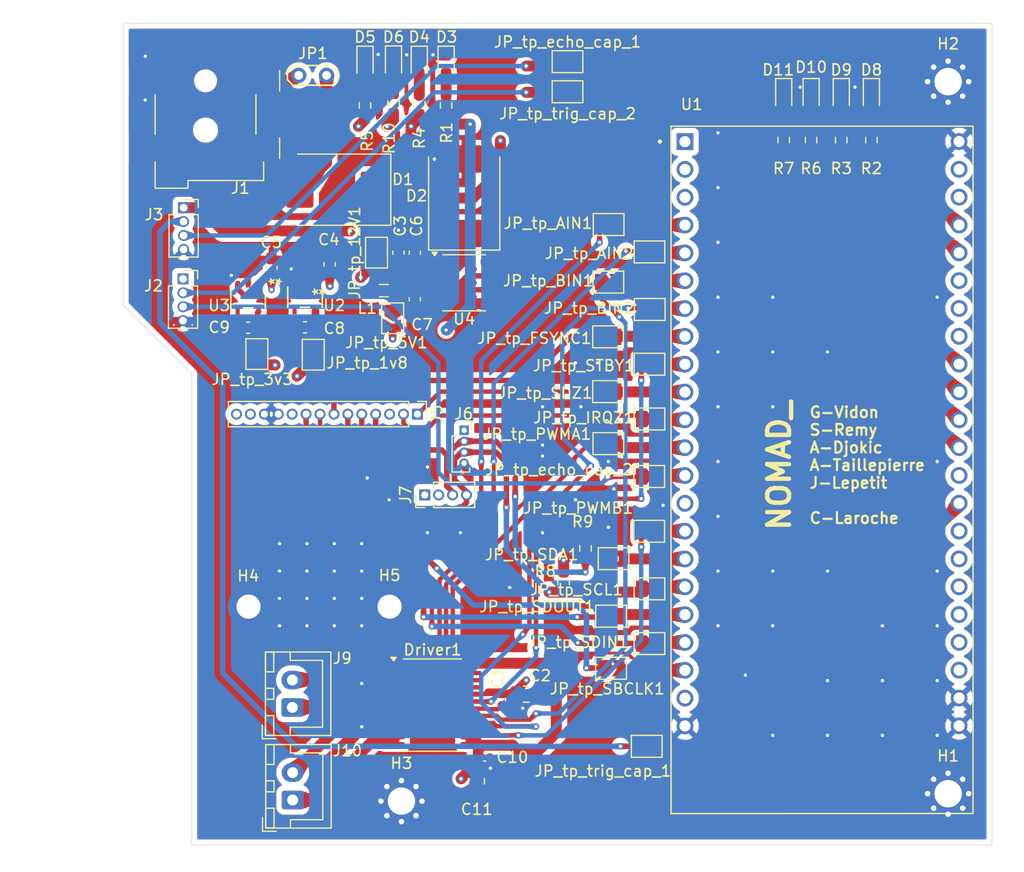
<source format=kicad_pcb>
(kicad_pcb (version 20241229) (generator "pcbnew") (generator_version "9.0")
  (layers (0 "F.Cu" jumper) (4 "In1.Cu" signal) (6 "In2.Cu" signal) (2 "B.Cu" signal) (13 "F.Paste" user) (15 "B.Paste" user) (5 "F.SilkS" user "F.Silkscreen") (7 "B.SilkS" user "B.Silkscreen") (1 "F.Mask" user) (3 "B.Mask" user) (25 "Edge.Cuts" user))
  (net 0 "")
  (net 1 "GND")
  (net 2 "12V")
  (net 3 "5V")
  (net 4 "Net-(JP_tp_5V1-A)")
  (net 5 "Net-(JP_tp_3v3-A)")
  (net 6 "Net-(D2-K)")
  (net 7 "Net-(D3-A)")
  (net 8 "Net-(D4-A)")
  (net 9 "Net-(D5-A)")
  (net 10 "Net-(D8-A)")
  (net 11 "Net-(D9-A)")
  (net 12 "Net-(D10-A)")
  (net 13 "Net-(D11-A)")
  (net 14 "Trig_cap_2")
  (net 15 "Echo_cap_2")
  (net 16 "Trig_cap_1")
  (net 17 "Echo_cap_1")
  (net 18 "SDOUT")
  (net 19 "FSYNC")
  (net 20 "SDIN")
  (net 21 "SBCLK")
  (net 22 "1.8V")
  (net 23 "SDA")
  (net 24 "IRQZ")
  (net 25 "SDZ")
  (net 26 "3.3V")
  (net 27 "PWMA")
  (net 28 "BIN2")
  (net 29 "AIN2")
  (net 30 "PWMB")
  (net 31 "STBY")
  (net 32 "AIN1")
  (net 33 "BIN1")
  (net 34 "Net-(JP_tp_1v8-A)")
  (net 35 "Net-(JP_tp_AIN1-B)")
  (net 36 "Net-(JP_tp_AIN2-B)")
  (net 37 "Net-(JP_tp_BIN1-B)")
  (net 38 "Net-(JP_tp_BIN2-B)")
  (net 39 "Net-(JP_tp_echo_cap_1-B)")
  (net 40 "Net-(JP_tp_echo_cap_2-B)")
  (net 41 "Net-(JP_tp_FSYNC1-B)")
  (net 42 "Net-(JP_tp_IRQZ1-B)")
  (net 43 "Net-(JP_tp_PWMA1-B)")
  (net 44 "Net-(JP_tp_PWMB1-B)")
  (net 45 "Net-(JP_tp_SBCLK1-B)")
  (net 46 "SCL")
  (net 47 "Net-(JP_tp_SCL1-B)")
  (net 48 "Net-(JP_tp_SDA1-B)")
  (net 49 "Net-(JP_tp_SDIN1-B)")
  (net 50 "Net-(JP_tp_SDOUT1-B)")
  (net 51 "Net-(JP_tp_SDZ1-B)")
  (net 52 "Net-(JP_tp_STBY1-B)")
  (net 53 "Net-(JP_tp_trig_cap_1-B)")
  (net 54 "Net-(JP_tp_trig_cap_2-B)")
  (net 55 "Net-(U1-MTCK{slash}GPIO39)")
  (net 56 "Net-(U1-GPIO38)")
  (net 57 "Net-(U1-GPIO37)")
  (net 58 "Net-(U1-GPIO36)")
  (net 73 "Net-(D1-K)")
  (net 74 "Net-(D1-A)")
  (net 77 "AO2")
  (net 78 "AO1")
  (net 79 "BO2")
  (net 80 "BO1")
  (net 81 "Net-(D6-A)")
  (net 82 "Net-(JP1-A)")
  (footprint "Resistor_SMD:R_0603_1608Metric_Pad0.98x0.95mm_HandSolder" (layer "F.Cu") (at 135.2 52.5 90)
    (property "Reference" "R1")
    (property "Value" "4,7k")
  )
  (footprint "Connector_JST:JST_XH_B2B-XH-A_1x02_P2.50mm_Vertical" (layer "F.Cu") (at 121.2 115.9 90)
    (property "Reference" "J10")
    (property "Value" "Conn_01x02")
  )
  (footprint "LED_SMD:LED_0603_1608Metric_Pad1.05x0.95mm_HandSolder" (layer "F.Cu") (at 132.749999 48.750001 -90)
    (property "Reference" "D4")
    (property "Value" "LED_Small")
  )
  (footprint "Jumper:SolderJumper-2_P1.3mm_Open_TrianglePad1.0x1.5mm" (layer "F.Cu") (at 123.0755 75.250001 -90)
    (property "Reference" "JP_tp_1v8")
    (property "Value" "SolderJumper_2_Open")
  )
  (footprint "Jumper:SolderJumper-2_P1.3mm_Open_TrianglePad1.0x1.5mm" (layer "F.Cu") (at 150.025001 63.37)
    (property "Reference" "JP_tp_AIN1")
    (property "Value" "SolderJumper_2_Open")
  )
  (footprint "Capacitor_SMD:C_0805_2012Metric" (layer "F.Cu") (at 142.512498 106.2375)
    (property "Reference" "C2")
    (property "Value" "10u")
  )
  (footprint "Capacitor_SMD:C_0402_1005Metric" (layer "F.Cu") (at 138.712499 111.9875)
    (property "Reference" "C10")
    (property "Value" "0.1u")
  )
  (footprint "Diode_SMD:D_SMC" (layer "F.Cu") (at 136.85 60.787499 90)
    (property "Reference" "D2")
    (property "Value" "MBRS320")
  )
  (footprint "Jumper:SolderJumper-2_P1.3mm_Open_TrianglePad1.0x1.5mm" (layer "F.Cu") (at 149.975 78.62)
    (property "Reference" "JP_tp_SDZ1")
    (property "Value" "SolderJumper_2_Open")
  )
  (footprint "Package_SO:SSOP-24_5.3x8.2mm_P0.65mm" (layer "F.Cu") (at 133.962499 107.2375)
    (property "Reference" "Driver1")
    (property "Value" "TB6612FNG")
  )
  (footprint "LED_SMD:LED_0603_1608Metric_Pad1.05x0.95mm_HandSolder" (layer "F.Cu") (at 168.5 51.7 -90)
    (property "Reference" "D10")
    (property "Value" "LED_Small")
  )
  (footprint "Connector_BarrelJack:BarrelJack_Wuerth_694108106102_2.5x5.5mm" (layer "F.Cu") (at 113.25 53.325 180)
    (property "Reference" "J1")
    (property "Value" "Barrel_Jack")
  )
  (footprint "MountingHole:MountingHole_2.2mm_M2_DIN965_Pad" (layer "F.Cu") (at 117.175 98.25)
    (property "Reference" "H4")
    (property "Value" "MountingHole_Pad")
  )
  (footprint "Connector_PinSocket_1.27mm:PinSocket_1x04_P1.27mm_Vertical" (layer "F.Cu") (at 111.25 61.829999)
    (property "Reference" "J3")
    (property "Value" "Conn_01x04_Socket")
  )
  (footprint "Jumper:SolderJumper-2_P1.3mm_Open_TrianglePad1.0x1.5mm" (layer "F.Cu") (at 153.75 81.12)
    (property "Reference" "JP_tp_IRQZ1")
    (property "Value" "SolderJumper_2_Open")
  )
  (footprint "Jumper:SolderJumper-2_P1.3mm_Open_TrianglePad1.0x1.5mm" (layer "F.Cu") (at 153.75 101.62)
    (property "Reference" "JP_tp_SDIN1")
    (property "Value" "SolderJumper_2_Open")
  )
  (footprint "Jumper:SolderJumper-2_P1.3mm_Open_TrianglePad1.0x1.5mm" (layer "F.Cu") (at 153.75 65.87)
    (property "Reference" "JP_tp_AIN2")
    (property "Value" "SolderJumper_2_Open")
  )
  (footprint "Jumper:SolderJumper-2_P1.3mm_Open_TrianglePad1.0x1.5mm" (layer "F.Cu") (at 150.475 93.87)
    (property "Reference" "JP_tp_SDA1")
    (property "Value" "SolderJumper_2_Open")
  )
  (footprint "Resistor_SMD:R_0603_1608Metric_Pad0.98x0.95mm_HandSolder" (layer "F.Cu") (at 145.92 96.01 -90)
    (property "Reference" "R8")
    (property "Value" "4.7k")
  )
  (footprint "Capacitor_SMD:C_0603_1608Metric_Pad1.08x0.95mm_HandSolder" (layer "F.Cu") (at 132.35 65.937499 90)
    (property "Reference" "C6")
    (property "Value" "105n")
  )
  (footprint "Jumper:SolderJumper-2_P1.3mm_Open_TrianglePad1.0x1.5mm" (layer "F.Cu") (at 128.85 65.937499 -90)
    (property "Reference" "JP_tp_12V1")
    (property "Value" "SolderJumper_2_Open")
  )
  (footprint "Capacitor_SMD:C_0402_1005Metric" (layer "F.Cu") (at 140.262498 106.7375 -90)
    (property "Reference" "C1")
    (property "Value" "0.1u")
  )
  (footprint "Package_SO:SOIC-8_3.9x4.9mm_P1.27mm" (layer "F.Cu") (at 136.85 68.687499)
    (property "Reference" "U4")
    (property "Value" "XL1509-5.0")
  )
  (footprint "Jumper:SolderJumper-2_P1.3mm_Open_TrianglePad1.0x1.5mm" (layer "F.Cu") (at 146.275001 48.5)
    (property "Reference" "JP_tp_echo_cap_1")
    (property "Value" "SolderJumper_2_Open")
  )
  (footprint "Resistor_SMD:R_0603_1608Metric_Pad0.98x0.95mm_HandSolder" (layer "F.Cu") (at 166 55.6625 90)
    (property "Reference" "R7")
    (property "Value" "120")
  )
  (footprint "Capacitor_SMD:C_0603_1608Metric_Pad1.08x0.95mm_HandSolder" (layer "F.Cu") (at 132.35 70.187499 -90)
    (property "Reference" "C7")
    (property "Value" "180u")
  )
  (footprint "Capacitor_SMD:C_0603_1608Metric_Pad1.08x0.95mm_HandSolder" (layer "F.Cu") (at 124.5755 67 90)
    (property "Reference" "C4")
    (property "Value" "1u")
  )
  (footprint "Jumper:SolderJumper-2_P1.3mm_Open_TrianglePad1.0x1.5mm" (layer "F.Cu") (at 150.25 103.87)
    (property "Reference" "JP_tp_SBCLK1")
    (property "Value" "SolderJumper_2_Open")
  )
  (footprint "Connector_PinHeader_1.27mm:PinHeader_1x04_P1.27mm_Vertical" (layer "F.Cu") (at 133.25 88.05 90)
    (property "Reference" "J7")
    (property "Value" "Conn_01x04")
  )
  (footprint "Jumper:SolderJumper-2_P1.3mm_Open_TrianglePad1.0x1.5mm" (layer "F.Cu") (at 150 68.62)
    (property "Reference" "JP_tp_BIN1")
    (property "Value" "SolderJumper_2_Open")
  )
  (footprint "LED_SMD:LED_0603_1608Metric_Pad1.05x0.95mm_HandSolder" (layer "F.Cu") (at 127.8 48.750002 -90)
    (property "Reference" "D5")
    (property "Value" "LED_Small")
  )
  (footprint "Resistor_SMD:R_0603_1608Metric_Pad0.98x0.95mm_HandSolder" (layer "F.Cu") (at 132.749999 52.4 90)
    (property "Reference" "R4")
    (property "Value" "1.2k")
  )
  (footprint "Jumper:SolderJumper-2_P1.3mm_Open_TrianglePad1.0x1.5mm" (layer "F.Cu") (at 150.25 99.12)
    (property "Reference" "JP_tp_SDOUT1")
    (property "Value" "SolderJumper_2_Open")
  )
  (footprint "Jumper:SolderJumper-2_P1.3mm_Open_TrianglePad1.0x1.5mm" (layer "F.Cu") (at 153.5 111)
    (property "Reference" "JP_tp_trig_cap_1")
    (property "Value" "SolderJumper_2_Open")
  )
  (footprint "Jumper:SolderJumper-2_P1.3mm_Open_TrianglePad1.0x1.5mm" (layer "F.Cu") (at 146.275001 51.25)
    (property "Reference" "JP_tp_trig_cap_2")
    (property "Value" "SolderJumper_2_Open")
  )
  (footprint "MountingHole:MountingHole_2.5mm_Pad_Via" (layer "F.Cu") (at 181 50.325825)
    (property "Reference" "H2")
    (property "Value" "MountingHole_Pad")
  )
  (footprint "Jumper:SolderJumper-2_P1.3mm_Open_TrianglePad1.0x1.5mm" (layer "F.Cu") (at 117.9375 75.19375 -90)
    (property "Reference" "JP_tp_3v3")
    (property "Value" "SolderJumper_2_Open")
  )
  (footprint "Diode_SMD:D_SMC" (layer "F.Cu") (at 125.25 60.187499 180)
    (property "Reference" "D1")
    (property "Value" "MBRS320")
  )
  (footprint "MountingHole:MountingHole_2.2mm_M2_DIN965_Pad" (layer "F.Cu") (at 130.04 98.25)
    (property "Reference" "H5")
    (property "Value" "MountingHole_Pad")
  )
  (footprint "Jumper:SolderJumper-2_P1.3mm_Open_TrianglePad1.0x1.5mm" (layer "F.Cu") (at 153.75 96.62)
    (property "Reference" "JP_tp_SCL1")
    (property "Value" "SolderJumper_2_Open")
  )
  (footprint "Resistor_SMD:R_0603_1608Metric_Pad0.98x0.95mm_HandSolder" (layer "F.Cu") (at 168.5 55.6625 90)
    (property "Reference" "R6")
    (property "Value" "120")
  )
  (footprint "Resistor_SMD:R_0603_1608Metric_Pad0.98x0.95mm_HandSolder" (layer "F.Cu") (at 174 55.6625 90)
    (property "Reference" "R2")
    (property "Value" "120")
  )
  (footprint "Inductor_SMD:L_0805_2012Metric_Pad1.05x1.20mm_HandSolder" (layer "F.Cu") (at 129.5255 69.4)
    (property "Reference" "L1")
    (property "Value" "68u")
  )
  (footprint "MountingHole:MountingHole_2.5mm_Pad_Via" (layer "F.Cu") (at 131.125 116)
    (property "Reference" "H3")
    (property "Value" "MountingHole_Pad")
  )
  (footprint "footprints:SSOP5_ROM-L" (layer "F.Cu") (at 122.3255 70 -90)
    (property "Reference" "U2")
    (property "Value" "BU18SD5WG-TL")
  )
  (footprint "footprints:SSOP5_ROM-L" (layer "F.Cu") (at 117.1353 70.06065 -90)
    (property "Reference" "U3")
    (property "Value" "BU33SD5WG-TR")
  )
  (footprint "Connector_PinSocket_1.27mm:PinSocket_1x04_P1.27mm_Vertical" (layer "F.Cu") (at 111.2 68.329999)
    (property "Reference" "J2")
    (property "Value" "Conn_01x04_Socket")
  )
  (footprint "Connector_PinHeader_1.27mm:PinHeader_1x14_P1.27mm_Vertical" (layer "F.Cu") (at 132.585 80.675 -90)
    (property "Reference" "J5")
    (property "Value" "Conn_01x14")
  )
  (footprint "TestPoint:TestPoint_2Pads_Pitch2.54mm_Drill0.8mm" (layer "F.Cu") (at 121.750001 49.75)
    (property "Reference" "JP1")
    (property "Value" "Jumper_2_Bridged")
  )
  (footprint "LED_SMD:LED_0603_1608Metric_Pad1.05x0.95mm_HandSolder" (layer "F.Cu") (at 171.25 51.7 -90)
    (property "Reference" "D9")
    (property "Value" "LED_Small")
  )
  (footprint "Resistor_SMD:R_0603_1608Metric_Pad0.98x0.95mm_HandSolder" (layer "F.Cu") (at 127.8 52.500001 90)
    (property "Reference" "R5")
    (property "Value" "820")
  )
  (footprint "LED_SMD:LED_0603_1608Metric_Pad1.05x0.95mm_HandSolder" (layer "F.Cu") (at 130.4 48.725001 -90)
    (property "Reference" "D6")
    (property "Value" "LED_Small")
  )
  (footprint "Capacitor_SMD:C_0603_1608Metric_Pad1.08x0.95mm_HandSolder" (layer "F.Cu") (at 117.137499 72.79375 180)
    (property "Reference" "C9")
    (property "Value" "1u")
  )
  (footprint "Jumper:SolderJumper-2_P1.3mm_Open_TrianglePad1.0x1.5mm" (layer "F.Cu") (at 153.775001 71.12)
    (property "Reference" "JP_tp_BIN2")
    (property "Value" "SolderJumper_2_Open")
  )
  (footprint "Jumper:SolderJumper-2_P1.3mm_Open_TrianglePad1.0x1.5mm" (layer "F.Cu") (at 149.975 73.62)
    (property "Reference" "JP_tp_FSYNC1")
    (property "Value" "SolderJumper_2_Open")
  )
  (footprint "Capacitor_SMD:C_0805_2012Metric" (layer "F.Cu") (at 137.962499 114.187499 -90)
    (property "Reference" "C11")
    (property "Value" "10u")
  )
  (footprint "Capacitor_SMD:C_0603_1608Metric_Pad1.08x0.95mm_HandSolder" (layer "F.Cu") (at 130.85 65.937499 90)
    (property "Reference" "C3")
    (property "Value" "470u")
  )
  (footprint "MountingHole:MountingHole_2.5mm_Pad_Via" (layer "F.Cu") (at 181 115.325825)
    (property "Reference" "H1")
    (property "Value" "MountingHole_Pad")
  )
  (footprint "footprints:XCVR_ESP32-S3-DEVKITC-1-N8R2" (layer "F.Cu") (at 168.42 85.77)
    (property "Reference" "U1")
    (property "Value" "ESP32-S3-DEVKITC-1-N8R2")
  )
  (footprint "Jumper:SolderJumper-2_P1.3mm_Open_TrianglePad1.0x1.5mm" (layer "F.Cu") (at 150 83.37)
    (property "Reference" "JP_tp_PWMA1")
    (property "Value" "SolderJumper_2_Open")
  )
  (footprint "Capacitor_SMD:C_0603_1608Metric_Pad1.08x0.95mm_HandSolder" (layer "F.Cu") (at 119.266499 67.32275 90)
    (property "Reference" "C5")
    (property "Value" "1u")
  )
  (footprint "Connector_JST:JST_XH_B2B-XH-A_1x02_P2.50mm_Vertical" (layer "F.Cu") (at 121.175001 107.45 90)
    (property "Reference" "J9")
    (property "Value" "Conn_01x02")
  )
  (footprint "LED_SMD:LED_0603_1608Metric_Pad1.05x0.95mm_HandSolder" (layer "F.Cu") (at 174 51.7 -90)
    (property "Reference" "D8")
    (property "Value" "LED_Small")
  )
  (footprint "Jumper:SolderJumper-2_P1.3mm_Open_TrianglePad1.0x1.5mm" (layer "F.Cu") (at 130.3255 71.924999 -90)
    (property "Reference" "JP_tp_5V1")
    (property "Value" "SolderJumper_2_Open")
  )
  (footprint "Jumper:SolderJumper-2_P1.3mm_Open_TrianglePad1.0x1.5mm" (layer "F.Cu") (at 153.725 91.37)
    (property "Reference" "JP_tp_PWMB1")
    (property "Value" "SolderJumper_2_Open")
  )
  (footprint "Resistor_SMD:R_0603_1608Metric_Pad0.98x0.95mm_HandSolder" (layer "F.Cu") (at 147.92 92.9225 -90)
    (property "Reference" "R9")
    (property "Value" "4.7k")
  )
  (footprint "Resistor_SMD:R_0603_1608Metric_Pad0.98x0.95mm_HandSolder" (layer "F.Cu") (at 171.25 55.6625 90)
    (property "Reference" "R3")
    (property "Value" "120")
  )
  (footprint "LED_SMD:LED_0603_1608Metric_Pad1.05x0.95mm_HandSolder" (layer "F.Cu") (at 166 51.700001 -90)
    (property "Reference" "D11")
    (property "Value" "LED_Small")
  )
  (footprint "Jumper:SolderJumper-2_P1.3mm_Open_TrianglePad1.0x1.5mm" (layer "F.Cu") (at 153.75 76.12)
    (property "Reference" "JP_tp_STBY1")
    (property "Value" "SolderJumper_2_Open")
  )
  (footprint "Capacitor_SMD:C_0603_1608Metric_Pad1.08x0.95mm_HandSolder" (layer "F.Cu") (at 122.3255 72.75 180)
    (property "Reference" "C8")
    (property "Value" "1u")
  )
  (footprint "Jumper:SolderJumper-2_P1.3mm_Open_TrianglePad1.0x1.5mm" (layer "F.Cu") (at 153.725 86.37)
    (property "Reference" "JP_tp_echo_cap_2")
    (property "Value" "SolderJumper_2_Open")
  )
  (footprint "Resistor_SMD:R_0603_1608Metric_Pad0.98x0.95mm_HandSolder" (layer "F.Cu") (at 130.4 52.325001 90)
    (property "Reference" "R10")
    (property "Value" "1.2k")
  )
  (footprint "Connector_PinSocket_1.00mm:PinSocket_1x04_P1.00mm_Vertical" (layer "F.Cu") (at 136.84 82.15)
    (property "Reference" "J6")
    (property "Value" "Conn_01x04")
  )
  (footprint "LED_SMD:LED_0603_1608Metric_Pad1.05x0.95mm_HandSolder" (layer "F.Cu") (at 135.199999 48.75 -90)
    (property "Reference" "D3")
    (property "Value" "LED_Small")
  )
  (gr_poly (pts (xy 185 45) (xy 185 120) (xy 112 120) (xy 112 77) (xy 105.75 70.75) (xy 105.75 45)) (stroke (width 0.05)) (fill no) (layer "Edge.Cuts"))
  (gr_text "G-Vidon\nS-Remy\nA-Djokic\nA-Taillepierre\nJ-Lepetit\n\nC-Laroche\n" (at 168.25 90.75 0) (layer "F.SilkS") (effects (font (size 1 1) (thickness 0.2) (bold yes)) (justify left bottom)))
  (gr_text "NOMAD_" (at 166.75 91.5 90) (layer "F.SilkS") (effects (font (size 2 2) (thickness 0.4) (bold yes)) (justify left bottom)))
  (segment (start 142.186497 107.5135) (end 140.558498 107.5135) (width 0.7) (layer "F.Cu") (net 1))
  (segment (start 122.3255 68.3875) (end 122.3255 68.7554) (width 0.7) (layer "F.Cu") (net 1))
  (segment (start 122.947499 67.7506) (end 122.3255 67.7506) (width 0.7) (layer "F.Cu") (net 1))
  (segment (start 139.238499 113.861498) (end 139.238499 113) (width 0.7) (layer "F.Cu") (net 1))
  (segment (start 132.112499 109.2125) (end 130.462499 109.2125) (width 1) (layer "F.Cu") (net 1))
  (segment (start 117.135298 68.816048) (end 117.1353 68.81605) (width 0.5) (layer "F.Cu") (net 1))
  (segment (start 140.117498 107.3625) (end 140.262498 107.2175) (width 0.4) (layer "F.Cu") (net 1))
  (segment (start 107.75 50.25) (end 107.75 52) (width 1) (layer "F.Cu") (net 1))
  (segment (start 118.066499 66.52275) (end 119.203998 66.52275) (width 0.5) (layer "F.Cu") (net 1))
  (segment (start 119.203998 66.52275) (end 119.266499 66.460249) (width 0.5) (layer "F.Cu") (net 1))
  (segment (start 117.135298 68.011251) (end 117.135298 68.816048) (width 0.5) (layer "F.Cu") (net 1))
  (segment (start 134.375 70.592499) (end 139.325 70.592499) (width 1) (layer "F.Cu") (net 1))
  (segment (start 135.199999 47.875001) (end 135.199997 47.875003) (width 1) (layer "F.Cu") (net 1))
  (segment (start 139.238499 112.0335) (end 139.192499 111.9875) (width 0.7) (layer "F.Cu") (net 1))
  (segment (start 137.962499 115.137498) (end 139.238499 113.861498) (width 0.7) (layer "F.Cu") (net 1))
  (segment (start 130.462499 108.8625) (end 128.85 108.8625) (width 0.5) (layer "F.Cu") (net 1))
  (segment (start 140.558498 107.5135) (end 140.262498 107.2175) (width 0.7) (layer "F.Cu") (net 1))
  (segment (start 127.825001 47.850002) (end 127.8 47.875003) (width 0.7) (layer "F.Cu") (net 1))
  (segment (start 140.117498 107.407501) (end 140.117498 107.3625) (width 0.4) (layer "F.Cu") (net 1))
  (segment (start 132.062499 105.2625) (end 130.462499 105.2625) (width 1) (layer "F.Cu") (net 1))
  (segment (start 130.462499 108.8625) (end 132.462499 108.8625) (width 0.5) (layer "F.Cu") (net 1))
  (segment (start 136.84 85.15) (end 136.84 85.49) (width 0.7) (layer "F.Cu") (net 1))
  (segment (start 137.462499 107.5625) (end 138.971135 107.5625) (width 0.4) (layer "F.Cu") (net 1))
  (segment (start 136.84 85.49) (end 137.25 85.9) (width 0.7) (layer "F.Cu") (net 1))
  (segment (start 134.375 70.592499) (end 132.807501 70.592499) (width 1) (layer "F.Cu") (net 1))
  (segment (start 139.238499 113) (end 139.238499 112.0335) (width 0.7) (layer "F.Cu") (net 1))
  (segment (start 128.5 109.2125) (end 129 109.2125) (width 0.5) (layer "F.Cu") (net 1))
  (segment (start 107.75 50.25) (end 107.75 48) (width 1) (layer "F.Cu") (net 1))
  (segment (start 114.937499 68.67675) (end 114.937499 71.456251) (width 0.5) (layer "F.Cu") (net 1))
  (segment (start 117.135298 68.011251) (end 117.666499 67.48005) (width 0.5) (layer "F.Cu") (net 1))
  (segment (start 122.3255 67.7506) (end 121.995 67.4201) (width 0.7) (layer "F.Cu") (net 1))
  (segment (start 115.602999 68.011251) (end 114.937499 68.67675) (width 0.5) (layer "F.Cu") (net 1))
  (segment (start 132.807501 70.592499) (end 132.35 71.05) (width 1) (layer "F.Cu") (net 1))
  (segment (start 123.292899 67.4201) (end 124.5755 66.137499) (width 0.7) (layer "F.Cu") (net 1))
  (segment (start 134.138001 57.387499) (end 134.1255 57.4) (width 1) (layer "F.Cu") (net 1))
  (segment (start 112.739999 72.139999) (end 112.75 72.15) (width 0.7) (layer "F.Cu") (net 1))
  (segment (start 130.4 47.850002) (end 129 47.850002) (width 0.7) (layer "F.Cu") (net 1))
  (segment (start 129 109.2125) (end 129.25 109.4625) (width 0.5) (layer "F.Cu") (net 1))
  (segment (start 139.022135 107.6135) (end 139.911499 107.6135) (width 0.4) (layer "F.Cu") (net 1))
  (segment (start 167.5 50.825002) (end 172.5 50.825001) (width 1) (layer "F.Cu") (net 1))
  (segment (start 135.199997 47.875003) (end 134 47.875003) (width 1) (layer "F.Cu") (net 1))
  (segment (start 117.666499 67.48005) (end 117.666499 66.92275) (width 0.5) (layer "F.Cu") (net 1))
  (segment (start 109.760001 72.139999) (end 111.2 72.139999) (width 0.7) (layer "F.Cu") (net 1))
  (segment (start 121.995 67.4201) (end 121.078 67.4201) (width 0.7) (layer "F.Cu") (net 1))
  (segment (start 138.971135 107.5625) (end 139.022135 107.6135) (width 0.4) (layer "F.Cu") (net 1))
  (segment (start 143.462497 106.2375) (end 142.186497 107.5135) (width 0.7) (layer "F.Cu") (net 1))
  (segment (start 132.762499 105.9625) (end 132.062499 105.2625) (width 1) (layer "F.Cu") (net 1))
  (segment (start 111.2 72.139999) (end 112.739999 72.139999) (width 0.7) (layer "F.Cu") (net 1))
  (segment (start 114.937499 71.456251) (end 116.274998 72.79375) (width 0.5) (layer "F.Cu") (net 1))
  (segment (start 129.25 109.4625) (end 130.462499 109.4625) (width 0.5) (layer "F.Cu") (net 1))
  (segment (start 122.3255 68.7554) (end 122.3255 67.7506) (width 0.7) (layer "F.Cu") (net 1))
  (segment (start 115.602999 68.011251) (end 117.135298 68.011251) (width 0.5) (layer "F.Cu") (net 1))
  (segment (start 136.85 57.387499) (end 134.138001 57.387499) (width 1) (layer "F.Cu") (net 1))
  (segment (start 120.484701 71.771702) (end 121.462999 72.75) (width 0.7) (layer "F.Cu") (net 1))
  (segment (start 109.760001 72.139999) (end 109.75 72.15) (width 0.7) (layer "F.Cu") (net 1))
  (segment (start 130.85 63.8755) (end 130.85 65.074998) (width 1) (layer "F.Cu") (net 1))
  (segment (start 172.5 50.825001) (end 174 50.825001) (width 1) (layer "F.Cu") (net 1))
  (segment (start 132.462499 108.8625) (end 132.762499 108.5625) (width 0.5) (layer "F.Cu") (net 1))
  (segment (start 132.112499 109.2125) (end 132.762499 108.5625) (width 1) (layer "F.Cu") (net 1))
  (segment (start 139.325 70.592499) (end 139.325 66.782499) (width 1) (layer "F.Cu") (net 1))
  (segment (start 120.484702 68.013399) (end 120.484701 71.771702) (width 0.7) (layer "F.Cu") (net 1))
  (segment (start 131.6 47.875003) (end 127.8 47.875003) (width 1) (layer "F.Cu") (net 1))
  (segment (start 127.512499 109.2125) (end 128.5 109.2125) (width 1) (layer "F.Cu") (net 1))
  (segment (start 166 50.825002) (end 167.5 50.825002) (width 1) (layer "F.Cu") (net 1))
  (segment (start 134 47.875003) (end 131.6 47.875003) (width 1) (layer "F.Cu") (net 1))
  (segment (start 128.5 109.2125) (end 132.112499 109.2125) (width 1) (layer "F.Cu") (net 1))
  (segment (start 121.078 67.4201) (end 120.484702 68.013399) (width 0.7) (layer "F.Cu") (net 1))
  (segment (start 132.762499 108.5625) (end 132.762499 105.9625) (width 1) (layer "F.Cu") (net 1))
  (segment (start 139.911499 107.6135) (end 140.117498 107.407501) (width 0.4) (layer "F.Cu") (net 1))
  (segment (start 124.5755 66.137499) (end 124.560601 66.137499) (width 0.7) (layer "F.Cu") (net 1))
  (segment (start 128.85 108.8625) (end 128.5 109.2125) (width 0.5) (layer "F.Cu") (net 1))
  (segment (start 130.85 65.074998) (end 132.35 65.074998) (width 1) (layer "F.Cu") (net 1))
  (segment (start 117.666499 66.92275) (end 118.066499 66.52275) (width 0.5) (layer "F.Cu") (net 1))
  (segment (start 115.651998 68.06025) (end 115.602999 68.011251) (width 0.5) (layer "F.Cu") (net 1))
  (segment (start 129 47.850002) (end 127.825001 47.850002) (width 0.7) (layer "F.Cu") (net 1))
  (segment (start 124.560601 66.137499) (end 122.947499 67.7506) (width 0.7) (layer "F.Cu") (net 1))
  (segment (start 130.462499 105.2625) (end 127.5 105.2625) (width 1) (layer "F.Cu") (net 1))
  (via (at 133.5 91.5) (size 0.6) (drill 0.3) (layers "F.Cu" "B.Cu") (net 1))
  (via (at 127.5 105.2625) (size 0.6) (drill 0.3) (layers "F.Cu" "B.Cu") (net 1))
  (via (at 160 95) (size 0.6) (drill 0.3) (layers "F.Cu" "B.Cu") (net 1))
  (via (at 125 100) (size 0.6) (drill 0.3) (layers "F.Cu" "B.Cu") (net 1))
  (via (at 127.512499 109.2125) (size 0.6) (drill 0.3) (layers "F.Cu" "B.Cu") (net 1))
  (via (at 180 85) (size 0.6) (drill 0.3) (layers "F.Cu" "B.Cu") (net 1))
  (via (at 121.078 67.4201) (size 0.6) (drill 0.3) (layers "F.Cu" "B.Cu") (net 1))
  (via (at 144 84.5) (size 0.6) (drill 0.3) (layers "F.Cu" "B.Cu") (net 1))
  (via (at 122.5 100) (size 0.6) (drill 0.3) (layers "F.Cu" "B.Cu") (net 1))
  (via (at 128 86.5) (size 0.6) (drill 0.3) (layers "F.Cu" "B.Cu") (net 1))
  (via (at 120 92.5) (size 0.6) (drill 0.3) (layers "F.Cu" "B.Cu") (net 1))
  (via (at 107.75 48) (size 0.6) (drill 0.3) (layers "F.Cu" "B.Cu") (net 1))
  (via (at 165 110) (size 0.6) (drill 0.3) (layers "F.Cu" "B.Cu") (net 1))
  (via (at 130 88.5) (size 0.6) (drill 0.3) (layers "F.Cu" "B.Cu") (net 1))
  (via (at 165 75) (size 0.6) (drill 0.3) (layers "F.Cu" "B.Cu") (net 1))
  (via (at 160 60) (size 0.6) (drill 0.3) (layers "F.Cu" "B.Cu") (net 1))
  (via (at 120 95) (size 0.6) (drill 0.3) (layers "F.Cu" "B.Cu") (net 1))
  (via (at 175 100) (size 0.6) (drill 0.3) (layers "F.Cu" "B.Cu") (net 1))
  (via (at 129 47.850002) (size 0.6) (drill 0.3) (layers "F.Cu" "B.Cu") (net 1))
  (via (at 142.186497 107.5135) (size 0.6) (drill 0.3) (layers "F.Cu" "B.Cu") (net 1))
  (via (at 160 80) (size 0.6) (drill 0.3) (layers "F.Cu" "B.Cu") (net 1))
  (via (at 155 89) (size 0.6) (drill 0.3) (layers "F.Cu" "B.Cu") (net 1))
  (via (at 167.5 50.825002) (size 0.6) (drill 0.3) (layers "F.Cu" "B.Cu") (net 1))
  (via (at 160 85) (size 0.6) (drill 0.3) (layers "F.Cu" "B.Cu") (net 1))
  (via (at 115.602999 68.011251) (size 0.6) (drill 0.3) (layers "F.Cu" "B.Cu") (net 1))
  (via (at 125 95) (size 0.6) (drill 0.3) (layers "F.Cu" "B.Cu") (net 1))
  (via (at 170 95) (size 0.6) (drill 0.3) (layers "F.Cu" "B.Cu") (net 1))
  (via (at 133.5 85.5) (size 0.6) (drill 0.3) (layers "F.Cu" "B.Cu") (net 1))
  (via (at 125 92.5) (size 0.6) (drill 0.3) (layers "F.Cu" "B.Cu") (net 1))
  (via (at 134 47.875003) (size 0.6) (drill 0.3) (layers "F.Cu" "B.Cu") (net 1))
  (via (at 139.238499 113) (size 0.6) (drill 0.3) (layers "F.Cu" "B.Cu") (net 1))
  (via (at 170 105) (size 0.6) (drill 0.3) (layers "F.Cu" "B.Cu") (net 1))
  (via (at 180 95) (size 0.6) (drill 0.3) (layers "F.Cu" "B.Cu") (net 1))
  (via (at 144 83.5) (size 0.6) (drill 0.3) (layers "F.Cu" "B.Cu") (net 1))
  (via (at 170 110) (size 0.6) (drill 0.3) (layers "F.Cu" "B.Cu") (net 1))
  (via (at 150.5 87.5) (size 0.6) (drill 0.3) (layers "F.Cu" "B.Cu") (net 1))
  (via (at 165 80) (size 0.6) (drill 0.3) (layers "F.Cu" "B.Cu") (net 1))
  (via (at 147.5 80) (size 0.6) (drill 0.3) (layers "F.Cu" "B.Cu") (net 1))
  (via (at 147 76) (size 0.6) (drill 0.3) (layers "F.Cu" "B.Cu") (net 1))
  (via (at 122.5 97.5) (size 0.6) (drill 0.3) (layers "F.Cu" "B.Cu") (net 1))
  (via (at 180 70) (size 0.6) (drill 0.3) (layers "F.Cu" "B.Cu") (net 1))
  (via (at 165 100) (size 0.6) (drill 0.3) (layers "F.Cu" "B.Cu") (net 1))
  (via (at 125 97.5) (size 0.6) (drill 0.3) (layers "F.Cu" "B.Cu") (net 1))
  (via (at 162.5 104.5) (size 0.6) (drill 0.3) (layers "F.Cu" "B.Cu") (net 1))
  (via (at 160 65) (size 0.6) (drill 0.3) (layers "F.Cu" "B.Cu") (net 1))
  (via (at 127.5 100) (size 0.6) (drill 0.3) (layers "F.Cu" "B.Cu") (net 1))
  (via (at 175 110) (size 0.6) (drill 0.3) (layers "F.Cu" "B.Cu") (net 1))
  (via (at 160 90) (size 0.6) (drill 0.3) (layers "F.Cu" "B.Cu") (net 1))
  (via (at 165 70) (size 0.6) (drill 0.3) (layers "F.Cu" "B.Cu") (net 1))
  (via (at 180 100) (size 0.6) (drill 0.3) (layers "F.Cu" "B.Cu") (net 1))
  (via (at 144 91.5) (size 0.6) (drill 0.3) (layers "F.Cu" "B.Cu") (net 1))
  (via (at 150 85) (size 0.6) (drill 0.3) (layers "F.Cu" "B.Cu") (net 1))
  (via (at 149 76) (size 0.6) (drill 0.3) (layers "F.Cu" "B.Cu") (net 1))
  (via (at 127.5 97.5) (size 0.6) (drill 0.3) (layers "F.Cu" "B.Cu") (net 1))
  (via (at 172.5 50.825001) (size 0.6) (drill 0.3) (layers "F.Cu" "B.Cu") (net 1))
  (via (at 120 100) (size 0.6) (drill 0.3) (layers "F.Cu" "B.Cu") (net 1))
  (via (at 141 96.5) (size 0.6) (drill 0.3) (layers "F.Cu" "B.Cu") (net 1))
  (via (at 122.5 92.5) (size 0.6) (drill 0.3) (layers "F.Cu" "B.Cu") (net 1))
  (via (at 147 88.5) (size 0.6) (drill 0.3) (layers "F.Cu" "B.Cu") (net 1))
  (via (at 150 91) (size 0.6) (drill 0.3) (layers "F.Cu" "B.Cu") (net 1))
  (via (at 180 110) (size 0.6) (drill 0.3) (layers "F.Cu" "B.Cu") (net 1))
  (via (at 160 100) (size 0.6) (drill 0.3) (layers "F.Cu" "B.Cu") (net 1))
  (via (at 175 105) (size 0.6) (drill 0.3) (layers "F.Cu" "B.Cu") (net 1))
  (via (at 160 75) (size 0.6) (drill 0.3) (layers "F.Cu" "B.Cu") (net 1))
  (via (at 120 97.5) (size 0.6) (drill 0.3) (layers "F.Cu" "B.Cu") (net 1))
  (via (at 165 95) (size 0.6) (drill 0.3) (layers "F.Cu" "B.Cu") (net 1))
  (via (at 127.5 95) (size 0.6) (drill 0.3) (layers "F.Cu" "B.Cu") (net 1))
  (via (at 144 80) (size 0.6) (drill 0.3) (layers "F.Cu" "B.Cu") (net 1))
  (via (at 160 70) (size 0.6) (drill 0.3) (layers "F.Cu" "B.Cu") (net 1))
  (via (at 127.5 92.5) (size 0.6) (drill 0.3) (layers "F.Cu" "B.Cu") (net 1))
  (via (at 136.5 91.5) (size 0.6) (drill 0.3) (layers "F.Cu" "B.Cu") (net 1))
  (via (at 180 105) (size 0.6) (drill 0.3) (layers "F.Cu" "B.Cu") (net 1))
  (via (at 134.1255 57.4) (size 0.6) (drill 0.3) (layers "F.Cu" "B.Cu") (net 1))
  (via (at 130.85 63.8755) (size 0.6) (drill 0.3) (layers "F.Cu" "B.Cu") (net 1))
  (via (at 131.6 47.875003) (size 0.6) (drill 0.3) (layers "F.Cu" "B.Cu") (net 1))
  (via (at 107.75 52) (size 0.6) (drill 0.3) (layers "F.Cu" "B.Cu") (net 1))
  (via (at 160 55) (size 0.6) (drill 0.3) (layers "F.Cu" "B.Cu") (net 1))
  (via (at 170 75) (size 0.6) (drill 0.3) (layers "F.Cu" "B.Cu") (net 1))
  (via (at 122.5 95) (size 0.6) (drill 0.3) (layers "F.Cu" "B.Cu") (net 1))
  (segment (start 111.2 72.139999) (end 112.739999 72.139999) (width 0.7) (layer "B.Cu") (net 1))
  (segment (start 112.739999 72.139999) (end 112.75 72.15) (width 0.7) (layer "B.Cu") (net 1))
  (segment (start 138.1415 111.9875) (end 138.1415 110.841501) (width 1) (layer "F.Cu") (net 2))
  (segment (start 138.1415 111.491501) (end 138.1415 111.9875) (width 1) (layer "F.Cu") (net 2))
  (segment (start 145.25 104.25) (end 144.4115 103.4115) (width 1) (layer "F.Cu") (net 2))
  (segment (start 137.962499 112.166501) (end 137.962499 113.2375) (width 1) (layer "F.Cu") (net 2))
  (segment (start 128.681597 66.918403) (end 127.4 68.2) (width 1) (layer "F.Cu") (net 2))
  (segment (start 143.5 111.5) (end 145.25 109.75) (width 1) (layer "F.Cu") (net 2))
  (segment (start 141.285372 110.901) (end 141.884372 111.5) (width 1) (layer "F.Cu") (net 2))
  (segment (start 145.25 109.75) (end 145.25 104.25) (width 1) (layer "F.Cu") (net 2))
  (segment (start 138.200999 110.901) (end 141.285372 110.901) (width 1) (layer "F.Cu") (net 2))
  (segment (start 144.4115 103.4115) (end 137.462499 103.4115) (width 1) (layer "F.Cu") (net 2))
  (segment (start 138.1415 110.841501) (end 138.200999 110.901) (width 1) (layer "F.Cu") (net 2))
  (segment (start 135.2 53.55) (end 135.2 53.4125) (width 1) (layer "F.Cu") (net 2))
  (segment (start 137.713499 110.4135) (end 137.462499 110.4135) (width 1) (layer "F.Cu") (net 2))
  (segment (start 137.4 54.2) (end 135.85 54.2) (width 1) (layer "F.Cu") (net 2))
  (segment (start 137.962499 113.2375) (end 137.287499 113.2375) (width 1) (layer "F.Cu") (net 2))
  (segment (start 137.287499 113.2375) (end 136.562499 113.9625) (width 1) (layer "F.Cu") (net 2))
  (segment (start 138.1415 110.841501) (end 137.713499 110.4135) (width 1) (layer "F.Cu") (net 2))
  (segment (start 141.884372 111.5) (end 143.5 111.5) (width 1) (layer "F.Cu") (net 2))
  (segment (start 134.357499 66.8) (end 134.375 66.782499) (width 1) (layer "F.Cu") (net 2))
  (segment (start 130.85 66.8) (end 132.35 66.8) (width 1) (layer "F.Cu") (net 2))
  (segment (start 132.35 66.8) (end 134.357499 66.8) (width 1) (layer "F.Cu") (net 2))
  (segment (start 130.731597 66.918403) (end 128.85 66.918403) (width 1) (layer "F.Cu") (net 2))
  (segment (start 128.85 66.918403) (end 128.681597 66.918403) (width 1) (layer "F.Cu") (net 2))
  (segment (start 138.1415 111.9875) (end 137.962499 112.166501) (width 1) (layer "F.Cu") (net 2))
  (segment (start 130.85 66.8) (end 130.731597 66.918403) (width 1) (layer "F.Cu") (net 2))
  (segment (start 135.85 54.2) (end 135.2 53.55) (width 1) (layer "F.Cu") (net 2))
  (via (at 136.562499 113.9625) (size 0.6) (drill 0.3) (layers "F.Cu" "B.Cu") (net 2))
  (via (at 135.2 73) (size 0.6) (drill 0.3) (layers "F.Cu" "B.Cu") (net 2))
  (via (at 137.4 54.2) (size 0.6) (drill 0.3) (layers "F.Cu" "B.Cu") (net 2))
  (via (at 127.4 68.2) (size 0.6) (drill 0.3) (layers "F.Cu" "B.Cu") (net 2))
  (segment (start 137.4 54.2) (end 137.4 70.85) (width 1) (layer "B.Cu") (net 2))
  (segment (start 137.4 70.85) (end 135.25 73) (width 1) (layer "B.Cu") (net 2))
  (segment (start 135.25 73) (end 135.2 73) (width 1) (layer "B.Cu") (net 2))
  (segment (start 124.5755 67.862501) (end 124.158199 67.862501) (width 0.7) (layer "F.Cu") (net 3))
  (segment (start 119.274998 68.331249) (end 119.274998 68.19375) (width 0.5) (layer "F.Cu") (net 3))
  (segment (start 116.737499 69.79375) (end 116.195499 69.25175) (width 0.5) (layer "F.Cu") (net 3))
  (segment (start 119.266499 68.339748) (end 119.274998 68.331249) (width 0.5) (layer "F.Cu") (net 3))
  (segment (start 123.2653 69.412901) (end 123.2653 68.7554) (width 0.7) (layer "F.Cu") (net 3))
  (segment (start 140.15 58.45) (end 137.65 60.95) (width 1) (layer "F.Cu") (net 3))
  (segment (start 126.45 63.95) (end 114.870001 63.95) (width 1) (layer "F.Cu") (net 3))
  (segment (start 140.15 55.7) (end 140.15 58.45) (width 1) (layer "F.Cu") (net 3))
  (segment (start 132.749999 53.650001) (end 132 54.4) (width 1) (layer "F.Cu") (net 3))
  (segment (start 124.158199 67.862501) (end 123.2653 68.7554) (width 0.7) (layer "F.Cu") (net 3))
  (segment (start 119.274998 68.19375) (end 118.6974 68.19375) (width 0.5) (layer "F.Cu") (net 3))
  (segment (start 132.749999 53.412501) (end 132.749999 53.650001) (width 1) (layer "F.Cu") (net 3))
  (segment (start 134.15 60.95) (end 132 58.8) (width 1) (layer "F.Cu") (net 3))
  (segment (start 112.75 61.829999) (end 111.25 61.829999) (width 1) (layer "F.Cu") (net 3))
  (segment (start 118.6974 68.19375) (end 118.0751 68.81605) (width 0.5) (layer "F.Cu") (net 3))
  (segment (start 132 58.8) (end 132 54.4) (width 1) (layer "F.Cu") (net 3))
  (segment (start 121.792899 69.8201) (end 122.858101 69.8201) (width 0.7) (layer "F.Cu") (net 3))
  (segment (start 124.5755 67.862501) (end 124.5755 68.9755) (width 0.7) (layer "F.Cu") (net 3))
  (segment (start 121.3857 68.7554) (end 121.3857 69.412901) (width 0.7) (layer "F.Cu") (net 3))
  (segment (start 118.075099 69.05615) (end 117.337499 69.79375) (width 0.5) (layer "F.Cu") (net 3))
  (segment (start 137.65 60.95) (end 134.15 60.95) (width 1) (layer "F.Cu") (net 3))
  (segment (start 124.5755 68.9755) (end 124.6 69) (width 0.7) (layer "F.Cu") (net 3))
  (segment (start 145.92 94.01) (end 145.92 95.0975) (width 1) (layer "F.Cu") (net 3))
  (segment (start 118.0751 68.81605) (end 118.075099 69.05615) (width 0.5) (layer "F.Cu") (net 3))
  (segment (start 121.3857 69.412901) (end 121.792899 69.8201) (width 0.7) (layer "F.Cu") (net 3))
  (segment (start 147.92 92.01) (end 145.92 94.01) (width 1) (layer "F.Cu") (net 3))
  (segment (start 119.266499 69.32275) (end 119.266499 68.339748) (width 0.5) (layer "F.Cu") (net 3))
  (segment (start 114.870001 63.95) (end 112.75 61.829999) (width 1) (layer "F.Cu") (net 3))
  (segment (start 122.858101 69.8201) (end 123.2653 69.412901) (width 0.7) (layer "F.Cu") (net 3))
  (segment (start 116.195499 69.25175) (end 116.1955 68.81605) (width 0.5) (layer "F.Cu") (net 3))
  (segment (start 130.3255 73.8) (end 130.3255 72.755903) (width 0.7) (layer "F.Cu") (net 3))
  (segment (start 117.337499 69.79375) (end 116.737499 69.79375) (width 0.5) (layer "F.Cu") (net 3))
  (via (at 126.45 63.95) (size 0.6) (drill 0.3) (layers "F.Cu" "B.Cu") (net 3))
  (via (at 119.266499 69.32275) (size 0.6) (drill 0.3) (layers "F.Cu" "B.Cu") (net 3))
  (via (at 124.6 69) (size 0.6) (drill 0.3) (layers "F.Cu" "B.Cu") (net 3))
  (via (at 130.3255 73.8) (size 0.6) (drill 0.3) (layers "F.Cu" "B.Cu") (net 3))
  (via (at 145.92 94.01) (size 0.6) (drill 0.3) (layers "F.Cu" "B.Cu") (net 3))
  (via (at 132 54.4) (size 0.6) (drill 0.3) (layers "F.Cu" "B.Cu") (net 3))
  (via (at 140.15 55.7) (size 0.6) (drill 0.3) (layers "F.Cu" "B.Cu") (net 3))
  (segment (start 132.35 69.324998) (end 134.372501 69.324998) (width 0.7) (layer "F.Cu") (net 4))
  (segment (start 132.35 69.324998) (end 130.750502 69.324998) (width 0.7) (layer "F.Cu") (net 4))
  (segment (start 130.750502 69.324998) (end 130.6755 69.4) (width 0.7) (layer "F.Cu") (net 4))
  (segment (start 134.372501 69.324998) (end 134.375 69.322499) (width 0.7) (layer "F.Cu") (net 4))
  (segment (start 130.6755 69.4) (end 130.6755 70.85) (width 0.7) (layer "F.Cu") (net 4))
  (segment (start 130.6755 70.85) (end 130.3255 71.2) (width 0.7) (layer "F.Cu") (net 4))
  (segment (start 118 72.79375) (end 118 74.406249) (width 0.5) (layer "F.Cu") (net 5))
  (segment (start 118 72.79375) (end 118 71.393049) (width 0.5) (layer "F.Cu") (net 5))
  (segment (start 118 74.406249) (end 117.937499 74.46875) (width 0.5) (layer "F.Cu") (net 5))
  (segment (start 118 71.393049) (end 118.087799 71.30525) (width 0.5) (layer "F.Cu") (net 5))
  (segment (start 136.85 66.552498) (end 135.349999 68.052499) (width 1) (layer "F.Cu") (net 6))
  (segment (start 135.349999 68.052499) (end 134.375 68.052499) (width 1) (layer "F.Cu") (net 6))
  (segment (start 128.3755 69.4) (end 128.3755 69.15) (width 0.7) (layer "F.Cu") (net 6))
  (segment (start 128.3755 69.15) (end 129.473001 68.052499) (width 0.7) (layer "F.Cu") (net 6))
  (segment (start 136.85 64.187499) (end 136.85 66.552498) (width 1) (layer "F.Cu") (net 6))
  (segment (start 129.473001 68.052499) (end 134.375 68.052499) (width 0.7) (layer "F.Cu") (net 6))
  (segment (start 135.199999 49.624999) (end 135.2 51.5875) (width 1) (layer "F.Cu") (net 7))
  (segment (start 132.749999 51.587501) (end 132.749999 49.625) (width 1) (layer "F.Cu") (net 8))
  (segment (start 127.8 49.625001) (end 127.8 51.587501) (width 1) (layer "F.Cu") (net 9))
  (segment (start 174 52.574999) (end 174 54.75) (width 1) (layer "F.Cu") (net 10))
  (segment (start 171.25 54.75) (end 171.25 52.574999) (width 1) (layer "F.Cu") (net 11))
  (segment (start 168.5 52.574999) (end 168.5 54.75) (width 1) (layer "F.Cu") (net 12))
  (segment (start 166 54.75) (end 166 52.575) (width 1) (layer "F.Cu") (net 13))
  (segment (start 145.500002 51.3) (end 145.550002 51.25) (width 1) (layer "F.Cu") (net 14))
  (segment (start 142.5 51.3) (end 145.500002 51.3) (width 1) (layer "F.Cu") (net 14))
  (via (at 142.5 51.3) (size 0.6) (drill 0.3) (layers "F.Cu" "B.Cu") (net 14))
  (segment (start 111.2 69.6) (end 115.808636 69.6) (width 0.4) (layer "B.Cu") (net 14))
  (segment (start 134.108636 51.3) (end 142.5 51.3) (width 0.4) (layer "B.Cu") (net 14))
  (segment (start 115.808636 69.6) (end 134.108636 51.3) (width 0.4) (layer "B.Cu") (net 14))
  (segment (start 152.97 86.4) (end 153 86.37) (width 0.4) (layer "F.Cu") (net 15))
  (segment (start 150 86.4) (end 152.97 86.4) (width 0.4) (layer "F.Cu") (net 15))
  (via (at 150 86.4) (size 0.6) (drill 0.3) (layers "F.Cu" "B.Cu") (net 15))
  (segment (start 111.2 70.869999) (end 129.369999 70.869999) (width 0.4) (layer "B.Cu") (net 15))
  (segment (start 135.5 87) (end 149.4 87) (width 0.4) (layer "B.Cu") (net 15))
  (segment (start 149.4 87) (end 150 86.4) (width 0.4) (layer "B.Cu") (net 15))
  (segment (start 129.369999 70.869999) (end 134.5 76) (width 0.4) (layer "B.Cu") (net 15))
  (segment (start 134.5 86) (end 135.5 87) (width 0.4) (layer "B.Cu") (net 15))
  (segment (start 134.5 76) (end 134.5 86) (width 0.4) (layer "B.Cu") (net 15))
  (segment (start 151.1 111) (end 152.775001 111) (width 0.5) (layer "F.Cu") (net 16))
  (via (at 151.1 111) (size 0.6) (drill 0.3) (layers "F.Cu" "B.Cu") (net 16))
  (segment (start 109.1 72.3) (end 114.824 78.024) (width 0.5) (layer "B.Cu") (net 16))
  (segment (start 109.1 64) (end 109.1 72.3) (width 0.5) (layer "B.Cu") (net 16))
  (segment (start 114.824 104.324) (end 121.5 111) (width 0.5) (layer "B.Cu") (net 16))
  (segment (start 121.5 111) (end 151.1 111) (width 0.5) (layer "B.Cu") (net 16))
  (segment (start 110 63.1) (end 109.1 64) (width 0.5) (layer "B.Cu") (net 16))
  (segment (start 111.25 63.1) (end 110 63.1) (width 0.5) (layer "B.Cu") (net 16))
  (segment (start 114.824 78.024) (end 114.824 104.324) (width 0.5) (layer "B.Cu") (net 16))
  (segment (start 142.5 48.9) (end 145.150002 48.9) (width 1) (layer "F.Cu") (net 17))
  (segment (start 145.150002 48.9) (end 145.550002 48.5) (width 1) (layer "F.Cu") (net 17))
  (via (at 142.5 48.9) (size 0.6) (drill 0.3) (layers "F.Cu" "B.Cu") (net 17))
  (segment (start 111.25 64.369999) (end 118.838637 64.369999) (width 0.4) (layer "B.Cu") (net 17))
  (segment (start 134.308636 48.9) (end 142.5 48.9) (width 0.4) (layer "B.Cu") (net 17))
  (segment (start 118.838637 64.369999) (end 134.308636 48.9) (width 0.4) (layer "B.Cu") (net 17))
  (segment (start 122.425 85.525) (end 122.425 80.675) (width 0.5) (layer "F.Cu") (net 18))
  (segment (start 149.445 99.2) (end 149.525 99.12) (width 0.5) (layer "F.Cu") (net 18))
  (segment (start 147.15 99.2) (end 149.445 99.2) (width 0.5) (layer "F.Cu") (net 18))
  (segment (start 122.42 80.75) (end 122.42 80.68) (width 0.5) (layer "F.Cu") (net 18))
  (segment (start 133.15 99.2) (end 133.15 96.25) (width 0.5) (layer "F.Cu") (net 18))
  (segment (start 133.15 96.25) (end 122.425 85.525) (width 0.5) (layer "F.Cu") (net 18))
  (via (at 147.15 99.2) (size 0.6) (drill 0.3) (layers "F.Cu" "B.Cu") (net 18))
  (via (at 133.15 99.2) (size 0.6) (drill 0.3) (layers "F.Cu" "B.Cu") (net 18))
  (segment (start 133.15 99.2) (end 147.15 99.2) (width 0.5) (layer "B.Cu") (net 18))
  (segment (start 146.6 73.6) (end 142.6 77.6) (width 0.5) (layer "F.Cu") (net 19))
  (segment (start 142.6 77.6) (end 126.5 77.6) (width 0.5) (layer "F.Cu") (net 19))
  (segment (start 124.965 79.135) (end 124.965 80.675) (width 0.5) (layer "F.Cu") (net 19))
  (segment (start 146.62 73.62) (end 146.6 73.6) (width 0.5) (layer "F.Cu") (net 19))
  (segment (start 149.25 73.62) (end 146.62 73.62) (width 0.5) (layer "F.Cu") (net 19))
  (segment (start 126.5 77.6) (end 124.965 79.135) (width 0.5) (layer "F.Cu") (net 19))
  (segment (start 153.005 101.6) (end 153.025 101.62) (width 0.5) (layer "F.Cu") (net 20))
  (segment (start 123.695 85.874346) (end 133.9 96.079346) (width 0.4) (layer "F.Cu") (net 20))
  (segment (start 147.2 101.55) (end 147.25 101.6) (width 0.5) (layer "F.Cu") (net 20))
  (segment (start 123.695 80.675) (end 123.695 85.874346) (width 0.4) (layer "F.Cu") (net 20))
  (segment (start 147.25 101.6) (end 153.005 101.6) (width 0.5) (layer "F.Cu") (net 20))
  (segment (start 133.9 96.079346) (end 133.9 100.05) (width 0.4) (layer "F.Cu") (net 20))
  (via (at 147.2 101.55) (size 0.6) (drill 0.3) (layers "F.Cu" "B.Cu") (net 20))
  (via (at 133.9 100.05) (size 0.6) (drill 0.3) (layers "F.Cu" "B.Cu") (net 20))
  (segment (start 147.2 101.55) (end 145.7 100.05) (width 0.5) (layer "B.Cu") (net 20))
  (segment (start 145.7 100.05) (end 133.9 100.05) (width 0.5) (layer "B.Cu") (net 20))
  (segment (start 127.9 88.3) (end 126.235 86.635) (width 0.5) (layer "F.Cu") (net 21))
  (segment (start 134.351013 94.748987) (end 131.202026 91.6) (width 0.5) (layer "F.Cu") (net 21))
  (segment (start 149.505 103.85) (end 149.525 103.87) (width 0.5) (layer "F.Cu") (net 21))
  (segment (start 148 103.85) (end 149.505 103.85) (width 0.5) (layer "F.Cu") (net 21))
  (segment (start 131.2 91.6) (end 127.9 88.3) (width 0.5) (layer "F.Cu") (net 21))
  (segment (start 131.202026 91.6) (end 131.2 91.6) (width 0.5) (layer "F.Cu") (net 21))
  (segment (start 126.235 86.635) (end 126.235 80.675) (width 0.5) (layer "F.Cu") (net 21))
  (via (at 134.351013 94.748987) (size 0.6) (drill 0.3) (layers "F.Cu" "B.Cu") (net 21))
  (via (at 148 103.85) (size 0.6) (drill 0.3) (layers "F.Cu" "B.Cu") (net 21))
  (segment (start 134.351013 94.748987) (end 134.351013 94.751013) (width 0.5) (layer "B.Cu") (net 21))
  (segment (start 147.112075 98.1) (end 148 98.987925) (width 0.5) (layer "B.Cu") (net 21))
  (segment (start 134.351013 94.751013) (end 137.7 98.1) (width 0.5) (layer "B.Cu") (net 21))
  (segment (start 148 98.987925) (end 148 103.85) (width 0.5) (layer "B.Cu") (net 21))
  (segment (start 137.7 98.1) (end 147.112075 98.1) (width 0.5) (layer "B.Cu") (net 21))
  (segment (start 127.8 53.8) (end 127.2 54.4) (width 1) (layer "F.Cu") (net 22))
  (segment (start 127.8 53.412501) (end 127.8 53.8) (width 1) (layer "F.Cu") (net 22))
  (segment (start 122.569095 76.230905) (end 123.0755 76.230905) (width 1) (layer "F.Cu") (net 22))
  (segment (start 121.6 77.2) (end 122.569095 76.230905) (width 1) (layer "F.Cu") (net 22))
  (via (at 127.2 54.4) (size 0.6) (drill 0.3) (layers "F.Cu" "B.Cu") (net 22))
  (via (at 121.6 77.2) (size 0.6) (drill 0.3) (layers "F.Cu" "B.Cu") (net 22))
  (segment (start 136.84 83.15) (end 139.739501 83.15) (width 0.5) (layer "F.Cu") (net 23))
  (segment (start 135.774318 87.761318) (end 135.774318 88.034318) (width 0.5) (layer "F.Cu") (net 23))
  (segment (start 135.237 84.387) (end 134.8 83.95) (width 0.5) (layer "F.Cu") (net 23))
  (segment (start 136.84 83.15) (end 136.5 83.15) (width 0.5) (layer "F.Cu") (net 23))
  (segment (start 147.955 93.87) (end 147.92 93.835) (width 1) (layer "F.Cu") (net 23))
  (segment (start 136.5 83.15) (end 135.263 84.387) (width 0.5) (layer "F.Cu") (net 23))
  (segment (start 135.263 87.25) (end 135.774318 87.761318) (width 0.5) (layer "F.Cu") (net 23))
  (segment (start 130.65 83.95) (end 128.775 82.075) (width 0.5) (layer "F.Cu") (net 23))
  (segment (start 147.9 93.855) (end 147.92 93.835) (width 0.5) (layer "F.Cu") (net 23))
  (segment (start 147.9 95.1) (end 147.9 93.855) (width 0.5) (layer "F.Cu") (net 23))
  (segment (start 135.263 84.387) (end 135.237 84.387) (width 0.5) (layer "F.Cu") (net 23))
  (segment (start 135.263 84.387) (end 135.263 87.05) (width 0.5) (layer "F.Cu") (net 23))
  (segment (start 149.75 93.87) (end 147.955 93.87) (width 1) (layer "F.Cu") (net 23))
  (segment (start 128.775 82.075) (end 128.775 80.675) (width 0.5) (layer "F.Cu") (net 23))
  (segment (start 134.8 83.95) (end 130.65 83.95) (width 0.5) (layer "F.Cu") (net 23))
  (segment (start 139.739501 83.15) (end 141.5 84.910499) (width 0.5) (layer "F.Cu") (net 23))
  (segment (start 135.263 87.05) (end 135.263 87.25) (width 0.5) (layer "F.Cu") (net 23))
  (segment (start 141.5 84.910499) (end 141.5 88.2) (width 0.5) (layer "F.Cu") (net 23))
  (via (at 147.9 95.1) (size 0.6) (drill 0.3) (layers "F.Cu" "B.Cu") (net 23))
  (via (at 141.5 88.2) (size 0.6) (drill 0.3) (layers "F.Cu" "B.Cu") (net 23))
  (segment (start 143.791364 95.1) (end 147.9 95.1) (width 0.5) (layer "B.Cu") (net 23))
  (segment (start 141.5 88.2) (end 141.5 92.808636) (width 0.5) (layer "B.Cu") (net 23))
  (segment (start 141.5 92.808636) (end 143.791364 95.1) (width 0.5) (layer "B.Cu") (net 23))
  (segment (start 133.4 82.1) (end 134.7 80.8) (width 0.4) (layer "F.Cu") (net 24))
  (segment (start 131.314999 81.514999) (end 131.9 82.1) (width 0.4) (layer "F.Cu") (net 24))
  (segment (start 134.7 80.8) (end 152.705 80.8) (width 0.4) (layer "F.Cu") (net 24))
  (segment (start 131.314999 80.675) (end 131.314999 81.514999) (width 0.4) (layer "F.Cu") (net 24))
  (segment (start 152.705 80.8) (end 153.025 81.12) (width 0.4) (layer "F.Cu") (net 24))
  (segment (start 131.9 82.1) (end 133.4 82.1) (width 0.4) (layer "F.Cu") (net 24))
  (segment (start 149.25 78.62) (end 134.68 78.62) (width 0.4) (layer "F.Cu") (net 25))
  (segment (start 134.68 78.62) (end 132.625 80.675) (width 0.4) (layer "F.Cu") (net 25))
  (segment (start 132.625 80.675) (end 132.585 80.675) (width 0.4) (layer "F.Cu") (net 25))
  (segment (start 140.257498 106.2625) (end 140.262498 106.2575) (width 0.4) (layer "F.Cu") (net 26))
  (segment (start 140.282498 106.2375) (end 140.106498 106.0615) (width 0.7) (layer "F.Cu") (net 26))
  (segment (start 119.6 76.2) (end 119.574654 76.174654) (width 1) (layer "F.Cu") (net 26))
  (segment (start 130.4 53.237501) (end 130.4 53.8) (width 1) (layer "F.Cu") (net 26))
  (segment (start 140.75 106.2375) (end 140.282498 106.2375) (width 0.7) (layer "F.Cu") (net 26))
  (segment (start 138.522791 106.2135) (end 138.524791 106.2115) (width 0.4) (layer "F.Cu") (net 26))
  (segment (start 138.524791 106.2115) (end 139.9615 106.2115) (width 0.4) (layer "F.Cu") (net 26))
  (segment (start 119.574654 76.174654) (end 117.9375 76.174654) (width 1) (layer "F.Cu") (net 26))
  (segment (start 140.282498 106.2375) (end 140.262498 106.2575) (width 0.7) (layer "F.Cu") (net 26))
  (segment (start 137.511499 106.2135) (end 138.522791 106.2135) (width 0.4) (layer "F.Cu") (net 26))
  (segment (start 140.75 106.2375) (end 139.9875 106.2375) (width 0.7) (layer "F.Cu") (net 26))
  (segment (start 141.562499 106.2375) (end 140.75 106.2375) (width 0.7) (layer "F.Cu") (net 26))
  (segment (start 139.9615 106.2115) (end 139.9875 106.2375) (width 0.4) (layer "F.Cu") (net 26))
  (segment (start 141.562499 105.912499) (end 142.512498 104.9625) (width 0.7) (layer "F.Cu") (net 26))
  (segment (start 140.106498 106.0615) (end 139.022135 106.0615) (width 0.7) (layer "F.Cu") (net 26))
  (segment (start 130.4 53.8) (end 129.8 54.4) (width 1) (layer "F.Cu") (net 26))
  (segment (start 137.462499 106.2625) (end 137.511499 106.2135) (width 0.4) (layer "F.Cu") (net 26))
  (segment (start 141.562499 106.2375) (end 141.562499 105.912499) (width 0.7) (layer "F.Cu") (net 26))
  (via (at 119.6 76.2) (size 0.6) (drill 0.3) (layers "F.Cu" "B.Cu") (net 26))
  (via (at 142.512498 104.9625) (size 0.6) (drill 0.3) (layers "F.Cu" "B.Cu") (net 26))
  (via (at 129.8 54.4) (size 0.6) (drill 0.3) (layers "F.Cu" "B.Cu") (net 26))
  (segment (start 149.2 83.445) (end 149.275 83.37) (width 0.4) (layer "F.Cu") (net 27))
  (segment (start 146.9 84.7) (end 146.9 85.37) (width 0.4) (layer "F.Cu") (net 27))
  (segment (start 136.451207 104.3125) (end 137.462499 104.3125) (width 0.4) (layer "F.Cu") (net 27))
  (segment (start 149.275 83.37) (end 148.23 83.37) (width 0.4) (layer "F.Cu") (net 27))
  (segment (start 146.9 85.37) (end 135.8 96.47) (width 0.4) (layer "F.Cu") (net 27))
  (segment (start 135.8 103.661293) (end 136.451207 104.3125) (width 0.4) (layer "F.Cu") (net 27))
  (segment (start 148.23 83.37) (end 146.9 84.7) (width 0.4) (layer "F.Cu") (net 27))
  (segment (start 135.8 96.47) (end 135.8 103.661293) (width 0.4) (layer "F.Cu") (net 27))
  (segment (start 139.512441 108.8625) (end 139.812441 109.1625) (width 0.4) (layer "F.Cu") (net 28))
  (segment (start 137.462499 108.8625) (end 139.512441 108.8625) (width 0.4) (layer "F.Cu") (net 28))
  (segment (start 140.562499 109.1625) (end 143.3625 109.1625) (width 0.4) (layer "F.Cu") (net 28))
  (segment (start 139.812441 109.1625) (end 140.562499 109.1625) (width 0.4) (layer "F.Cu") (net 28))
  (segment (start 142.2 100.701) (end 142.8 100.101) (width 0.4) (layer "F.Cu") (net 28))
  (segment (start 152.930002 71) (end 153.050002 71.12) (width 0.4) (layer "F.Cu") (net 28))
  (segment (start 151.8 71) (end 152.930002 71) (width 0.4) (layer "F.Cu") (net 28))
  (segment (start 142.8 100.101) (end 142.8 91) (width 0.4) (layer "F.Cu") (net 28))
  (segment (start 143.3625 109.1625) (end 143.4 109.2) (width 0.4) (layer "F.Cu") (net 28))
  (segment (start 142.2 100.8) (end 142.2 100.701) (width 0.4) (layer "F.Cu") (net 28))
  (segment (start 142.8 91) (end 148.4 85.4) (width 0.4) (layer "F.Cu") (net 28))
  (via (at 143.4 109.2) (size 0.6) (drill 0.3) (layers "F.Cu" "B.Cu") (net 28))
  (via (at 151.8 71) (size 0.6) (drill 0.3) (layers "F.Cu" "B.Cu") (net 28))
  (via (at 142.2 100.8) (size 0.6) (drill 0.3) (layers "F.Cu" "B.Cu") (net 28))
  (via (at 148.4 85.4) (size 0.6) (drill 0.3) (layers "F.Cu" "B.Cu") (net 28))
  (segment (start 148.4 85.4) (end 145.8 82.8) (width 0.4) (layer "B.Cu") (net 28))
  (segment (start 145.8 82.8) (end 145.8 73.4) (width 0.4) (layer "B.Cu") (net 28))
  (segment (start 138.4 104.6) (end 138.4 107) (width 0.4) (layer "B.Cu") (net 28))
  (segment (start 145.8 73.4) (end 148.2 71) (width 0.4) (layer "B.Cu") (net 28))
  (segment (start 142.2 100.8) (end 138.4 104.6) (width 0.4) (layer "B.Cu") (net 28))
  (segment (start 140.6 109.2) (end 143.4 109.2) (width 0.4) (layer "B.Cu") (net 28))
  (segment (start 138.4 107) (end 140.6 109.2) (width 0.4) (layer "B.Cu") (net 28))
  (segment (start 148.2 71) (end 151.8 71) (width 0.4) (layer "B.Cu") (net 28))
  (segment (start 139.536062 85) (end 139.536062 91.863938) (width 0.4) (layer "F.Cu") (net 29))
  (segment (start 135.2 103.911235) (end 136.251265 104.9625) (width 0.4) (layer "F.Cu") (net 29))
  (segment (start 135.2 96.2) (end 135.2 103.911235) (width 0.4) (layer "F.Cu") (net 29))
  (segment (start 152.955001 65.8) (end 153.025001 65.87) (width 0.4) (layer "F.Cu") (net 29))
  (segment (start 151.6 65.8) (end 152.955001 65.8) (width 0.4) (layer "F.Cu") (net 29))
  (segment (start 136.251265 104.9625) (end 137.462499 104.9625) (width 0.4) (layer "F.Cu") (net 29))
  (segment (start 139.536062 91.863938) (end 135.2 96.2) (width 0.4) (layer "F.Cu") (net 29))
  (via (at 151.6 65.8) (size 0.6) (drill 0.3) (layers "F.Cu" "B.Cu") (net 29))
  (via (at 139.536062 85) (size 0.6) (drill 0.3) (layers "F.Cu" "B.Cu") (net 29))
  (segment (start 139.536062 77.863938) (end 151.6 65.8) (width 0.4) (layer "B.Cu") (net 29))
  (segment (start 139.536062 85) (end 139.536062 77.863938) (width 0.4) (layer "B.Cu") (net 29))
  (segment (start 139.312499 109.5125) (end 139.799999 110) (width 0.4) (layer "F.Cu") (net 30))
  (segment (start 153 92.8) (end 153 91.37) (width 0.4) (layer "F.Cu") (net 30))
  (segment (start 139.799999 110) (end 141.8 110) (width 0.4) (layer "F.Cu") (net 30))
  (segment (start 137.462499 109.5125) (end 139.312499 109.5125) (width 0.4) (layer "F.Cu") (net 30))
  (via (at 153 92.8) (size 0.6) (drill 0.3) (layers "F.Cu" "B.Cu") (net 30))
  (via (at 141.8 110) (size 0.6) (drill 0.3) (layers "F.Cu" "B.Cu") (net 30))
  (segment (start 144.311026 110) (end 141.8 110) (width 0.4) (layer "B.Cu") (net 30))
  (segment (start 153 101.311026) (end 144.311026 110) (width 0.4) (layer "B.Cu") (net 30))
  (segment (start 153 92.8) (end 153 101.311026) (width 0.4) (layer "B.Cu") (net 30))
  (segment (start 143.401 102) (end 143.401 93.399) (width 0.4) (layer "F.Cu") (net 31))
  (segment (start 153.025 77.575) (end 153.025 76.12) (width 0.4) (layer "F.Cu") (net 31))
  (segment (start 153 77.6) (end 153.025 77.575) (width 0.4) (layer "F.Cu") (net 31))
  (segment (start 143.401 93.399) (end 148.4 88.4) (width 0.4) (layer "F.Cu") (net 31))
  (segment (start 148.4 88.4) (end 153 88.4) (width 0.4) (layer "F.Cu") (net 31))
  (segment (start 139.312499 106.9125) (end 137.462499 106.9125) (width 0.4) (layer "F.Cu") (net 31))
  (via (at 143.401 102) (size 0.6) (drill 0.3) (layers "F.Cu" "B.Cu") (net 31))
  (via (at 153 88.4) (size 0.6) (drill 0.3) (layers "F.Cu" "B.Cu") (net 31))
  (via (at 139.312499 106.9125) (size 0.6) (drill 0.3) (layers "F.Cu" "B.Cu") (net 31))
  (via (at 153 77.6) (size 0.6) (drill 0.3) (layers "F.Cu" "B.Cu") (net 31))
  (segment (start 153 88.4) (end 153 77.6) (width 0.4) (layer "B.Cu") (net 31))
  (segment (start 143.401 102.823999) (end 139.312499 106.9125) (width 0.4) (layer "B.Cu") (net 31))
  (segment (start 143.401 102) (end 143.401 102.823999) (width 0.4) (layer "B.Cu") (net 31))
  (segment (start 138.4 92) (end 134.6 95.8) (width 0.4) (layer "F.Cu") (net 32))
  (segment (start 134.6 104.161177) (end 136.051323 105.6125) (width 0.4) (layer "F.Cu") (net 32))
  (segment (start 149.2 65) (end 149.2 63.470002) (width 0.4) (layer "F.Cu") (net 32))
  (segment (start 134.6 95.8) (end 134.6 104.161177) (width 0.4) (layer "F.Cu") (net 32))
  (segment (start 136.051323 105.6125) (end 137.462499 105.6125) (width 0.4) (layer "F.Cu") (net 32))
  (segment (start 138.4 85) (end 138.4 92) (width 0.4) (layer "F.Cu") (net 32))
  (segment (start 149.2 63.470002) (end 149.300002 63.37) (width 0.4) (layer "F.Cu") (net 32))
  (via (at 149.2 65) (size 0.6) (drill 0.3) (layers "F.Cu" "B.Cu") (net 32))
  (via (at 138.4 85) (size 0.6) (drill 0.3) (layers "F.Cu" "B.Cu") (net 32))
  (segment (start 138.4 85) (end 138.4 75.8) (width 0.4) (layer "B.Cu") (net 32))
  (segment (start 138.4 75.8) (end 149.2 65) (width 0.4) (layer "B.Cu") (net 32))
  (segment (start 151 71.8) (end 149.4 70.2) (width 0.4) (layer "F.Cu") (net 33))
  (segment (start 149.4 68.744999) (end 149.275001 68.62) (width 0.4) (layer "F.Cu") (net 33))
  (segment (start 140.562499 108.5625) (end 142.8375 108.5625) (width 0.4) (layer "F.Cu") (net 33))
  (segment (start 137.462499 108.2125) (end 137.464499 108.2145) (width 0.4) (layer "F.Cu") (net 33))
  (segment (start 140.162499 108.5625) (end 140.562499 108.5625) (width 0.4) (layer "F.Cu") (net 33))
  (segment (start 142.8375 108.5625) (end 143.4 108) (width 0.4) (layer "F.Cu") (net 33))
  (segment (start 137.464499 108.2145) (end 139.814499 108.2145) (width 0.4) (layer "F.Cu") (net 33))
  (segment (start 139.814499 108.2145) (end 140.162499 108.5625) (width 0.4) (layer "F.Cu") (net 33))
  (segment (start 149.4 70.2) (end 149.4 68.744999) (width 0.4) (layer "F.Cu") (net 33))
  (via (at 143.4 108) (size 0.6) (drill 0.3) (layers "F.Cu" "B.Cu") (net 33))
  (via (at 151 71.8) (size 0.6) (drill 0.3) (layers "F.Cu" "B.Cu") (net 33))
  (segment (start 145.462074 108) (end 143.4 108) (width 0.4) (layer "B.Cu") (net 33))
  (segment (start 151.551 72.351) (end 151.551 101.911074) (width 0.4) (layer "B.Cu") (net 33))
  (segment (start 151.551 101.911074) (end 145.462074 108) (width 0.4) (layer "B.Cu") (net 33))
  (segment (start 151 71.8) (end 151.551 72.351) (width 0.4) (layer "B.Cu") (net 33))
  (segment (start 123.278 71.2446) (end 123.278 72.660001) (width 0.7) (layer "F.Cu") (net 34))
  (segment (start 123.278 72.660001) (end 123.188001 72.75) (width 0.7) (layer "F.Cu") (net 34))
  (segment (start 123.188001 74.412499) (end 123.0755 74.525) (width 0.7) (layer "F.Cu") (net 34))
  (segment (start 123.188001 72.75) (end 123.188001 74.412499) (width 0.7) (layer "F.Cu") (net 34))
  (segment (start 156.99 63.41) (end 151.045905 63.41) (width 1) (layer "F.Cu") (net 35))
  (segment (start 151.045905 63.41) (end 151.005905 63.37) (width 1) (layer "F.Cu") (net 35))
  (segment (start 156.99 65.95) (end 154.810904 65.95) (width 1) (layer "F.Cu") (net 36))
  (segment (start 154.810904 65.95) (end 154.730904 65.87) (width 1) (layer "F.Cu") (net 36))
  (segment (start 156.99 68.49) (end 151.110904 68.49) (width 1) (layer "F.Cu") (net 37))
  (segment (start 151.110904 68.49) (end 150.980904 68.62) (width 1) (layer "F.Cu") (net 37))
  (segment (start 156.99 71.03) (end 154.845905 71.03) (width 1) (layer "F.Cu") (net 38))
  (segment (start 154.845905 71.03) (end 154.755905 71.12) (width 1) (layer "F.Cu") (net 38))
  (segment (start 177.4 50) (end 174.6 47.2) (width 1) (layer "F.Cu") (net 39))
  (segment (start 174.6 47.2) (end 148.555905 47.2) (width 1) (layer "F.Cu") (net 39))
  (segment (start 182 63.4) (end 177.4 58.8) (width 1) (layer "F.Cu") (net 39))
  (segment (start 148.555905 47.2) (end 147.255905 48.5) (width 1) (layer "F.Cu") (net 39))
  (segment (start 177.4 58.8) (end 177.4 50) (width 1) (layer "F.Cu") (net 39))
  (segment (start 156.99 86.27) (end 154.805903 86.27) (width 1) (layer "F.Cu") (net 40))
  (segment (start 154.805903 86.27) (end 154.705903 86.37) (width 1) (layer "F.Cu") (net 40))
  (segment (start 156.99 73.57) (end 151.005903 73.57) (width 1) (layer "F.Cu") (net 41))
  (segment (start 151.005903 73.57) (end 150.955903 73.62) (width 1) (layer "F.Cu") (net 41))
  (segment (start 154.800903 81.19) (end 154.730903 81.12) (width 1) (layer "F.Cu") (net 42))
  (segment (start 156.99 81.19) (end 154.800903 81.19) (width 1) (layer "F.Cu") (net 42))
  (segment (start 156.99 83.73) (end 151.340903 83.73) (width 1) (layer "F.Cu") (net 43))
  (segment (start 151.340903 83.73) (end 150.980903 83.37) (width 1) (layer "F.Cu") (net 43))
  (segment (start 156.99 91.35) (end 154.725903 91.35) (width 1) (layer "F.Cu") (net 44))
  (segment (start 154.725903 91.35) (end 154.705903 91.37) (width 1) (layer "F.Cu") (net 44))
  (segment (start 156.99 104.05) (end 151.410903 104.05) (width 1) (layer "F.Cu") (net 45))
  (segment (start 151.410903 104.05) (end 151.230903 103.87) (width 1) (layer "F.Cu") (net 45))
  (segment (start 139.748137 84.15) (end 136.84 84.15) (width 0.5) (layer "F.Cu") (net 46))
  (segment (start 140.7 85.101863) (end 139.748137 84.15) (width 0.5) (layer "F.Cu") (net 46))
  (segment (start 132.677998 89.8) (end 136.017106 89.8) (width 0.5) (layer "F.Cu") (net 46))
  (segment (start 137.06 87.762895) (end 137.06 88.05) (width 0.5) (layer "F.Cu") (net 46))
  (segment (start 128.988999 86.111001) (end 127.505001 84.627003) (width 0.5) (layer "F.Cu") (net 46))
  (segment (start 128.988999 86.111001) (end 132.677998 89.8) (width 0.5) (layer "F.Cu") (net 46))
  (segment (start 144.6 96.9225) (end 152.7225 96.9225) (width 1) (layer "F.Cu") (net 46))
  (segment (start 137.06 88.757106) (end 137.06 88.05) (width 0.5) (layer "F.Cu") (net 46))
  (segment (start 136.601148 84.15) (end 135.964 84.787148) (width 0.5) (layer "F.Cu") (net 46))
  (segment (start 127.505001 84.627003) (end 127.505001 80.675) (width 0.5) (layer "F.Cu") (net 46))
  (segment (start 135.964 84.787148) (end 135.964 86.666895) (width 0.5) (layer "F.Cu") (net 46))
  (segment (start 140.7 89.2) (end 140.7 85.101863) (width 0.5) (layer "F.Cu") (net 46))
  (segment (start 135.964 86.666895) (end 137.06 87.762895) (width 0.5) (layer "F.Cu") (net 46))
  (segment (start 136.84 84.15) (end 136.601148 84.15) (width 0.5) (layer "F.Cu") (net 46))
  (segment (start 145.92 96.9225) (end 144.6 96.9225) (width 1) (layer "F.Cu") (net 46))
  (segment (start 136.017106 89.8) (end 137.06 88.757106) (width 0.5) (layer "F.Cu") (net 46))
  (segment (start 152.7225 96.9225) (end 153.025 96.62) (width 1) (layer "F.Cu") (net 46))
  (via (at 140.7 89.2) (size 0.6) (drill 0.3) (layers "F.Cu" "B.Cu") (net 46))
  (via (at 144.6 96.9225) (size 0.6) (drill 0.3) (layers "F.Cu" "B.Cu") (net 46))
  (segment (start 140.7 93) (end 140.7 89.2) (width 0.5) (layer "B.Cu") (net 46))
  (segment (start 144.6 96.9) (end 140.7 93) (width 0.5) (layer "B.Cu") (net 46))
  (segment (start 144.6 96.9225) (end 144.6 96.9) (width 0.5) (layer "B.Cu") (net 46))
  (segment (start 154.920903 96.43) (end 154.730903 96.62) (width 1) (layer "F.Cu") (net 47))
  (segment (start 156.99 96.43) (end 154.920903 96.43) (width 1) (layer "F.Cu") (net 47))
  (segment (start 156.99 93.89) (end 151.475903 93.89) (width 1) (layer "F.Cu") (net 48))
  (segment (start 151.475903 93.89) (end 151.455903 93.87) (width 1) (layer "F.Cu") (net 48))
  (segment (start 154.840903 101.51) (end 154.730903 101.62) (width 1) (layer "F.Cu") (net 49))
  (segment (start 156.99 101.51) (end 154.840903 101.51) (width 1) (layer "F.Cu") (net 49))
  (segment (start 151.380903 98.97) (end 151.230903 99.12) (width 1) (layer "F.Cu") (net 50))
  (segment (start 156.99 98.97) (end 151.380903 98.97) (width 1) (layer "F.Cu") (net 50))
  (segment (start 150.985903 78.65) (end 150.955903 78.62) (width 1) (layer "F.Cu") (net 51))
  (segment (start 156.99 78.65) (end 150.985903 78.65) (width 1) (layer "F.Cu") (net 51))
  (segment (start 156.99 76.11) (end 154.740903 76.11) (width 1) (layer "F.Cu") (net 52))
  (segment (start 154.740903 76.11) (end 154.730903 76.12) (width 1) (layer "F.Cu") (net 52))
  (segment (start 160 111) (end 154.480904 111) (width 1) (layer "F.Cu") (net 53))
  (segment (start 182 89) (end 160 111) (width 1) (layer "F.Cu") (net 53))
  (segment (start 182 88.8) (end 182 89) (width 1) (layer "F.Cu") (net 53))
  (segment (start 175.8 59.74) (end 175.8 50.766181) (width 1) (layer "F.Cu") (net 54))
  (segment (start 173.833819 48.8) (end 149.45 48.8) (width 1) (layer "F.Cu") (net 54))
  (segment (start 149.45 48.8) (end 147.255905 50.994095) (width 1) (layer "F.Cu") (net 54))
  (segment (start 175.8 50.766181) (end 173.833819 48.8) (width 1) (layer "F.Cu") (net 54))
  (segment (start 182 65.94) (end 175.8 59.74) (width 1) (layer "F.Cu") (net 54))
  (segment (start 147.255905 50.994095) (end 147.255905 51.25) (width 1) (layer "F.Cu") (net 54))
  (segment (start 182 76.1) (end 174 68.1) (width 1) (layer "F.Cu") (net 55))
  (segment (start 174 68.1) (end 174 56.575) (width 1) (layer "F.Cu") (net 55))
  (segment (start 171.25 67.89) (end 182 78.64) (width 1) (layer "F.Cu") (net 56))
  (segment (start 171.25 56.575) (end 171.25 67.89) (width 1) (layer "F.Cu") (net 56))
  (segment (start 168.5 67.68) (end 168.5 56.575) (width 1) (layer "F.Cu") (net 57))
  (segment (start 182 81.18) (end 168.5 67.68) (width 1) (layer "F.Cu") (net 57))
  (segment (start 166 56.575) (end 166 67.72) (width 1) (layer "F.Cu") (net 58))
  (segment (start 166 67.72) (end 182 83.72) (width 1) (layer "F.Cu") (net 58))
  (segment (start 128.65 65.0125) (end 128.85 65.2125) (width 1) (layer "F.Cu") (net 73))
  (segment (start 128.65 60.187499) (end 128.65 65.0125) (width 1) (layer "F.Cu") (net 73))
  (segment (start 124.290001 49.75) (end 124.290001 57.747498) (width 1) (layer "F.Cu") (net 74))
  (segment (start 124.290001 57.747498) (end 121.85 60.187499) (width 1) (layer "F.Cu") (net 74))
  (segment (start 121.175001 107.45) (end 121.5115 107.45) (width 1) (layer "F.Cu") (net 77))
  (segment (start 121.5115 107.45) (end 121.5615 107.4) (width 1) (layer "F.Cu") (net 77))
  (segment (start 121.5615 107.4) (end 123.5 107.4) (width 1) (layer "F.Cu") (net 77))
  (segment (start 123.5 107.4) (end 124.2385 106.6615) (width 1) (layer "F.Cu") (net 77))
  (segment (start 124.2385 106.6615) (end 130.462499 106.6615) (width 1) (layer "F.Cu") (net 77))
  (segment (start 121.175001 104.95) (end 121.225001 104.9) (width 1) (layer "F.Cu") (net 78))
  (segment (start 123.4 104.9) (end 124.2385 104.0615) (width 1) (layer "F.Cu") (net 78))
  (segment (start 121.225001 104.9) (end 123.4 104.9) (width 1) (layer "F.Cu") (net 78))
  (segment (start 124.2385 104.0615) (end 130.462499 104.0615) (width 1) (layer "F.Cu") (net 78))
  (segment (start 121.2 113.4) (end 126.7375 107.8625) (width 1) (layer "F.Cu") (net 79))
  (segment (start 126.7375 107.8625) (end 130.462499 107.8625) (width 1) (layer "F.Cu") (net 79))
  (segment (start 124.4 115.9) (end 126.45 113.85) (width 1) (layer "F.Cu") (net 80))
  (segment (start 126.45 112.55) (end 128.5865 110.4135) (width 1) (layer "F.Cu") (net 80))
  (segment (start 128.5865 110.4135) (end 130.462499 110.4135) (width 1) (layer "F.Cu") (net 80))
  (segment (start 126.45 113.85) (end 126.45 112.55) (width 1) (layer "F.Cu") (net 80))
  (segment (start 121.2 115.9) (end 124.4 115.9) (width 1) (layer "F.Cu") (net 80))
  (segment (start 130.4 51.412501) (end 130.4 49.6) (width 1) (layer "F.Cu") (net 81))
  (segment (start 118.75 50.25) (end 121.250001 50.25) (width 1) (layer "F.Cu") (net 82))
  (segment (start 118.75 56.4) (end 118.75 50.25) (width 1) (layer "F.Cu") (net 82))
  (segment (start 121.250001 50.25) (end 121.750001 49.75) (width 1) (layer "F.Cu") (net 82))
  (zone (net 1) (net_name "GND") (layer "F.Cu") (priority 5) (connect_pads (clearance 0.5)) (min_thickness 0.25) (fill yes (thermal_gap 0.5) (thermal_bridge_width 0.5) (island_removal_mode 2) (island_area_min 10))
    (polygon (pts (xy 187.5 44) (xy 187.5 122.5) (xy 94.5 122.5) (xy 94.5 44)))
  )
  (zone (net 1) (net_name "GND") (layer "B.Cu") (priority 6) (connect_pads (clearance 0.5)) (min_thickness 0.25) (fill yes (thermal_gap 0.5) (thermal_bridge_width 0.5) (island_removal_mode 2) (island_area_min 10))
    (polygon (pts (xy 94.5 44) (xy 187.5 44) (xy 187.5 122.5) (xy 94.5 122.5)))
  )
)
</source>
